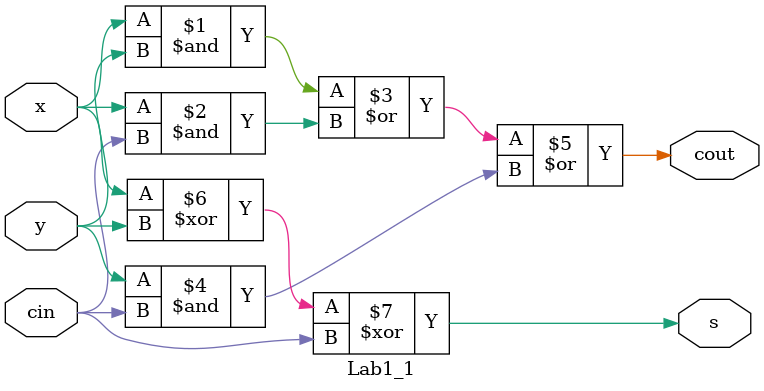
<source format=v>
`timescale 1ns / 1ps


module Lab1_1(
    input x,
    input y,
    input cin,
    output s,
    output cout
    );
    assign cout = (x&y) | (x&cin) | (y&cin);
    assign s = (x^y)^cin;
endmodule

</source>
